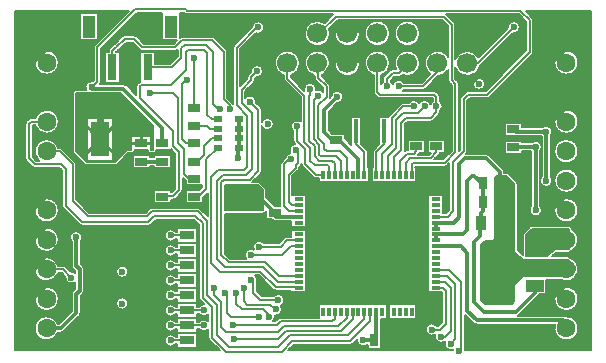
<source format=gtl>
%FSLAX34Y34*%
%MOMM*%
G04 EasyPC Gerber Version 18.0.6 Build 3620 *
%ADD99R,0.30000X0.80000*%
%ADD102R,0.40000X2.00000*%
%ADD20R,0.65000X1.00000*%
%ADD90R,0.80000X2.20000*%
%ADD98R,0.90000X1.30000*%
%ADD91R,1.10000X1.90000*%
%ADD71R,1.60000X3.00000*%
%ADD24R,1.70000X2.76000*%
%ADD10C,0.12700*%
%ADD106C,0.16000*%
%ADD11C,0.25400*%
%ADD76C,0.30000*%
%ADD105C,0.60000*%
%ADD89C,1.60000*%
%ADD22C,1.70000*%
%ADD100R,0.80000X0.30000*%
%ADD104R,0.75000X0.50000*%
%ADD25R,1.00000X0.65000*%
%ADD103R,1.27000X0.76000*%
%ADD23R,1.50000X1.01000*%
%ADD101R,2.70000X1.20000*%
X0Y0D02*
D02*
D10*
X94960Y262500D02*
X92992D01*
X92770Y262278*
Y235792*
X95992Y232570*
X98307*
G75*
G02X104735Y250770I6428J7965*
G01*
G75*
G02X114510Y243570J-10235*
G01*
X115735*
G75*
G02X117881Y242681J-3035*
G01*
X128881Y231681*
G75*
G02X129770Y229535I-2146J-2146*
G01*
Y199792*
X140992Y188570*
X188478*
X191589Y191681*
G75*
G02X193735Y192570I2146J-2146*
G01*
X232735*
G75*
G02X234881Y191681J-3035*
G01*
X241200Y185362*
Y205142*
X236970Y200912*
Y196300*
X222500*
Y207270*
X233612*
X236300Y209958*
Y211800*
X222500*
Y215478*
X219770Y218208*
Y207535*
G75*
G02X218881Y205389I-3035*
G01*
X213881Y200389*
G75*
G02X211735Y199500I-2146J2146*
G01*
X209970*
Y196300*
X195500*
Y207270*
X209970*
Y205570*
X210478*
X213700Y208792*
Y238278*
X209970Y242008*
Y241800*
X197605*
Y241535*
G75*
G02X194735Y238665I-2870*
G01*
X192910*
G75*
G02X190040Y241535J2870*
G01*
Y241800*
X179430*
Y241535*
G75*
G02X176560Y238665I-2870*
G01*
X173924*
X164764Y229506*
G75*
G02X162735Y228665I-2030J2029*
G01*
X138735*
G75*
G02X136706Y229506I1J2870*
G01*
X127706Y238506*
G75*
G02X126865Y240535I2029J2030*
G01*
Y289535*
G75*
G02X129735Y292405I2870*
G01*
X137953*
G75*
G02X143605Y299697I4781J2130*
G01*
X144700Y300792*
Y328535*
G75*
G02X145589Y330681I3035*
G01*
X174093Y359185*
X78085*
Y71885*
X251093*
X242589Y80389*
G75*
G02X241700Y82535I2146J2146*
G01*
Y89617*
G75*
G02X233470Y90000I-3965J3418*
G01*
X232320*
Y87000*
X215150*
Y90000*
X214000*
G75*
G02X209735Y87800I-4265J3035*
G01*
G75*
G02Y98270J5235*
G01*
G75*
G02X214000Y96070J-5235*
G01*
X215150*
Y99070*
X232320*
Y96070*
X233470*
G75*
G02X241700Y96453I4265J-3035*
G01*
Y102317*
G75*
G02X233470Y102700I-3965J3418*
G01*
X232320*
Y99700*
X215150*
Y102700*
X214000*
G75*
G02X209735Y100500I-4265J3035*
G01*
G75*
G02Y110970J5235*
G01*
G75*
G02X214000Y108770J-5235*
G01*
X215150*
Y111770*
X232320*
Y108770*
X233470*
G75*
G02X237735Y110970I4265J-3035*
G01*
G75*
G02X238015Y110962I-9J-5227*
G01*
X234589Y114389*
G75*
G02X233700Y116535I2146J2146*
G01*
Y178278*
X229478Y182500*
X196992*
X192881Y178389*
G75*
G02X190735Y177500I-2146J2146*
G01*
X134735*
G75*
G02X132589Y178389J3035*
G01*
X118589Y192389*
G75*
G02X117700Y194535I2146J2146*
G01*
Y224278*
X115478Y226500*
X94735*
G75*
G02X92589Y227389J3035*
G01*
X87589Y232389*
G75*
G02X86700Y234535I2146J2146*
G01*
Y263535*
G75*
G02X87589Y265681I3035*
G01*
X89589Y267681*
G75*
G02X91735Y268570I2146J-2146*
G01*
X94960*
G75*
G02X104735Y275770I9775J-3035*
G01*
G75*
G02Y255300J-10235*
G01*
G75*
G02X94960Y262500J10235*
G01*
X104735Y105300D02*
G75*
G02Y125770J10235D01*
G01*
G75*
G02Y105300J-10235*
G01*
Y155300D02*
G75*
G02Y175770J10235D01*
G01*
G75*
G02Y155300J-10235*
G01*
Y180300D02*
G75*
G02Y200770J10235D01*
G01*
G75*
G02Y180300J-10235*
G01*
Y305300D02*
G75*
G02Y325770J10235D01*
G01*
G75*
G02Y305300J-10235*
G01*
X114264Y86800D02*
G75*
G02X104735Y80300I-9529J3735D01*
G01*
G75*
G02Y100770J10235*
G01*
G75*
G02X114264Y94270J-10235*
G01*
X115188*
X126000Y105082*
Y119535*
G75*
G02X127094Y122176I3735*
G01*
X129000Y124082*
Y129443*
G75*
G02X120573Y134405I-3265J4092*
G01*
X117478Y137500*
X114510*
G75*
G02X104735Y130300I-9775J3035*
G01*
G75*
G02Y150770J10235*
G01*
G75*
G02X114510Y143570J-10235*
G01*
X118735*
G75*
G02X120881Y142681J-3035*
G01*
X124865Y138697*
G75*
G02X129000Y137627I870J-5162*
G01*
Y138988*
X127094Y140894*
G75*
G02X126000Y143535I2641J2641*
G01*
Y163867*
G75*
G02X129735Y172770I3735J3668*
G01*
G75*
G02X133470Y163867J-5235*
G01*
Y145082*
X135376Y143176*
G75*
G02X136470Y140535I-2641J-2641*
G01*
Y122535*
G75*
G02X135376Y119894I-3735*
G01*
X133470Y117988*
Y103535*
G75*
G02X132376Y100894I-3735*
G01*
X119376Y87894*
G75*
G02X116735Y86800I-2641J2641*
G01*
X114264*
X133000Y334300D02*
Y357770D01*
X148470*
Y334300*
X133000*
X168735Y106300D02*
G75*
G02Y116770J5235D01*
G01*
G75*
G02Y106300J-5235*
G01*
Y133300D02*
G75*
G02Y143770J5235D01*
G01*
G75*
G02Y133300J-5235*
G01*
X191970Y228050D02*
Y226300D01*
X177500*
Y237270*
X191970*
Y235520*
X195500*
Y237270*
X209970*
Y226300*
X195500*
Y228050*
X191970*
X213685Y115100D02*
G75*
G02X209735Y113300I-3950J3434D01*
G01*
G75*
G02Y123770J5235*
G01*
G75*
G02X213685Y121970J-5235*
G01*
X215150*
Y124470*
X232320*
Y112400*
X215150*
Y115100*
X213685*
X214000Y77300D02*
G75*
G02X209735Y75100I-4265J3035D01*
G01*
G75*
G02Y85570J5235*
G01*
G75*
G02X214000Y83370J-5235*
G01*
X215150*
Y86370*
X232320*
Y74300*
X215150*
Y77300*
X214000*
Y128100D02*
G75*
G02X209735Y125900I-4265J3035D01*
G01*
G75*
G02Y136370J5235*
G01*
G75*
G02X214000Y134170J-5235*
G01*
X215150*
Y137170*
X232320*
Y125100*
X215150*
Y128100*
X214000*
Y140800D02*
G75*
G02X209735Y138600I-4265J3035D01*
G01*
G75*
G02Y149070J5235*
G01*
G75*
G02X214000Y146870J-5235*
G01*
X215150*
Y149870*
X232320*
Y137800*
X215150*
Y140800*
X214000*
Y153500D02*
G75*
G02X209735Y151300I-4265J3035D01*
G01*
G75*
G02Y161770J5235*
G01*
G75*
G02X214000Y159570J-5235*
G01*
X215150*
Y162570*
X232320*
Y150500*
X215150*
Y153500*
X214000*
Y166200D02*
G75*
G02X209735Y164000I-4265J3035D01*
G01*
G75*
G02Y174470J5235*
G01*
G75*
G02X214000Y172270J-5235*
G01*
X215150*
Y175270*
X232320*
Y163200*
X215150*
Y166200*
X214000*
X78085Y115535D02*
G36*
Y80335D01*
X103889*
G75*
G02X104735Y100770I846J10200*
G01*
G75*
G02X114264Y94270J-10235*
G01*
X115188*
X126000Y105082*
Y115535*
X114970*
G75*
G02X104735Y105300I-10235*
G01*
G75*
G02X94500Y115535J10235*
G01*
X78085*
G37*
X94500D02*
G36*
G75*
G02X104735Y125770I10235D01*
G01*
G75*
G02X114970Y115535J-10235*
G01*
X126000*
Y119535*
G75*
G02X127094Y122176I3735*
G01*
X129000Y124082*
Y129443*
G75*
G02X120573Y134405I-3265J4092*
G01*
X117478Y137500*
X114510*
G75*
G02X104735Y130300I-9775J3035*
G01*
G75*
G02X100686Y131135J10235*
G01*
X78085*
Y115535*
X94500*
G37*
X133470D02*
G36*
Y103535D01*
G75*
G02X132376Y100894I-3735*
G01*
X119376Y87894*
G75*
G02X116735Y86800I-2641J2641*
G01*
X114264*
G75*
G02X105581Y80335I-9529J3735*
G01*
X204500*
G75*
G02X209735Y85570I5235*
G01*
G75*
G02X214000Y83370J-5235*
G01*
X215150*
Y86370*
X232320*
Y80335*
X242643*
X242589Y80389*
G75*
G02X241700Y82535I2146J2146*
G01*
Y89617*
G75*
G02X233470Y90000I-3965J3418*
G01*
X232320*
Y87000*
X215150*
Y90000*
X214000*
G75*
G02X209735Y87800I-4265J3035*
G01*
G75*
G02Y98270J5235*
G01*
G75*
G02X214000Y96070J-5235*
G01*
X215150*
Y99070*
X232320*
Y96070*
X233470*
G75*
G02X241700Y96453I4265J-3035*
G01*
Y102317*
G75*
G02X233470Y102700I-3965J3418*
G01*
X232320*
Y99700*
X215150*
Y102700*
X214000*
G75*
G02X209735Y100500I-4265J3035*
G01*
G75*
G02Y110970J5235*
G01*
G75*
G02X214000Y108770J-5235*
G01*
X215150*
Y111770*
X232320*
Y108770*
X233470*
G75*
G02X237735Y110970I4265J-3035*
G01*
G75*
G02X238015Y110962I-9J-5227*
G01*
X234589Y114389*
G75*
G02X233870Y115535I2147J2145*
G01*
X232320*
Y112400*
X215150*
Y115100*
X213685*
G75*
G02X209735Y113300I-3950J3434*
G01*
G75*
G02X205445Y115535J5235*
G01*
X172112*
G75*
G02X168735Y106300I-3377J-4000*
G01*
G75*
G02X165358Y115535J5235*
G01*
X133470*
G37*
X165358D02*
G36*
G75*
G02X168735Y116770I3377J-4000D01*
G01*
G75*
G02X172112Y115535J-5235*
G01*
X205445*
G75*
G02X209735Y123770I4290J3000*
G01*
G75*
G02X213685Y121970J-5235*
G01*
X215150*
Y124470*
X232320*
Y115535*
X233870*
G75*
G02X233700Y116535I2865J1001*
G01*
Y131135*
X232320*
Y125100*
X215150*
Y128100*
X214000*
G75*
G02X209735Y125900I-4265J3035*
G01*
G75*
G02X204500Y131135J5235*
G01*
X136470*
Y122535*
G75*
G02X135376Y119894I-3735*
G01*
X133470Y117988*
Y115535*
X165358*
G37*
X78085Y165535D02*
G36*
Y156535D01*
X99861*
G75*
G02X94500Y165535I4874J9000*
G01*
X78085*
G37*
X94500D02*
G36*
G75*
G02X104735Y175770I10235D01*
G01*
G75*
G02X114970Y165535J-10235*
G01*
X124897*
G75*
G02X129735Y172770I4838J2000*
G01*
G75*
G02X134573Y165535J-5235*
G01*
X206032*
G75*
G02X209735Y174470I3703J3700*
G01*
G75*
G02X214000Y172270J-5235*
G01*
X215150*
Y175270*
X232320*
Y165535*
X233700*
Y178278*
X229478Y182500*
X196992*
X192881Y178389*
G75*
G02X190735Y177500I-2146J2146*
G01*
X134735*
G75*
G02X132589Y178389J3035*
G01*
X120443Y190535*
X114970*
G75*
G02X104735Y180300I-10235*
G01*
G75*
G02X94500Y190535J10235*
G01*
X78085*
Y165535*
X94500*
G37*
X114970D02*
G36*
G75*
G02X109609Y156535I-10235D01*
G01*
X126000*
Y163867*
G75*
G02X124897Y165535I3735J3668*
G01*
X114970*
G37*
X134573D02*
G36*
G75*
G02X133470Y163867I-4838J2000D01*
G01*
Y156535*
X204500*
G75*
G02X209735Y161770I5235*
G01*
G75*
G02X214000Y159570J-5235*
G01*
X215150*
Y162570*
X232320*
Y156535*
X233700*
Y165535*
X232320*
Y163200*
X215150*
Y166200*
X214000*
G75*
G02X209735Y164000I-4265J3035*
G01*
G75*
G02X206032Y165535J5235*
G01*
X134573*
G37*
X94500Y190535D02*
G36*
G75*
G02X104735Y200770I10235D01*
G01*
G75*
G02X114970Y190535J-10235*
G01*
X120443*
X118589Y192389*
G75*
G02X117700Y194535I2146J2146*
G01*
Y224278*
X115478Y226500*
X94735*
G75*
G02X92589Y227389J3035*
G01*
X87589Y232389*
G75*
G02X86700Y234535I2146J2146*
G01*
Y263535*
G75*
G02X87589Y265681I3035*
G01*
X89589Y267681*
G75*
G02X91735Y268570I2146J-2146*
G01*
X94960*
G75*
G02X104735Y275770I9775J-3035*
G01*
G75*
G02Y255300J-10235*
G01*
G75*
G02X94960Y262500J10235*
G01*
X92992*
X92770Y262278*
Y235792*
X95992Y232570*
X98307*
G75*
G02X104735Y250770I6428J7965*
G01*
G75*
G02X114510Y243570J-10235*
G01*
X115735*
G75*
G02X117881Y242681J-3035*
G01*
X128881Y231681*
G75*
G02X129770Y229535I-2146J-2146*
G01*
Y199792*
X140992Y188570*
X188478*
X191589Y191681*
G75*
G02X193735Y192570I2146J-2146*
G01*
X232735*
G75*
G02X234881Y191681J-3035*
G01*
X241200Y185362*
Y205142*
X236970Y200912*
Y196300*
X222500*
Y207270*
X233612*
X236300Y209958*
Y211800*
X222500*
Y215478*
X219770Y218208*
Y207535*
G75*
G02X218881Y205389I-3035*
G01*
X213881Y200389*
G75*
G02X211735Y199500I-2146J2146*
G01*
X209970*
Y196300*
X195500*
Y207270*
X209970*
Y205570*
X210478*
X213700Y208792*
Y231785*
X209970*
Y226300*
X195500*
Y228050*
X191970*
Y226300*
X177500*
Y231785*
X167043*
X164764Y229506*
G75*
G02X162735Y228665I-2030J2029*
G01*
X138735*
G75*
G02X136706Y229506I1J2870*
G01*
X127706Y238506*
G75*
G02X126865Y240535I2029J2030*
G01*
Y289535*
G75*
G02X129735Y292405I2870*
G01*
X137953*
G75*
G02X143605Y299697I4781J2130*
G01*
X144700Y300792*
Y315535*
X114970*
G75*
G02X104735Y305300I-10235*
G01*
G75*
G02X94500Y315535J10235*
G01*
X78085*
Y190535*
X94500*
G37*
Y315535D02*
G36*
G75*
G02X104735Y325770I10235D01*
G01*
G75*
G02X114970Y315535J-10235*
G01*
X144700*
Y328535*
G75*
G02X145589Y330681I3035*
G01*
X160943Y346035*
X148470*
Y334300*
X133000*
Y346035*
X78085*
Y315535*
X94500*
G37*
X133000Y346035D02*
G36*
Y357770D01*
X148470*
Y346035*
X160943*
X174093Y359185*
X78085*
Y346035*
X133000*
G37*
X78085Y138535D02*
G36*
Y131135D01*
X100686*
G75*
G02X94697Y138535I4049J9400*
G01*
X78085*
G37*
X94697D02*
G36*
G75*
G02X104735Y150770I10038J2000D01*
G01*
G75*
G02X114510Y143570J-10235*
G01*
X118735*
G75*
G02X120881Y142681J-3035*
G01*
X124865Y138697*
G75*
G02X129000Y137627I870J-5162*
G01*
Y138988*
X127094Y140894*
G75*
G02X126000Y143535I2641J2641*
G01*
Y156535*
X109609*
G75*
G02X104735Y155300I-4874J9000*
G01*
G75*
G02X99861Y156535J10235*
G01*
X78085*
Y138535*
X94697*
G37*
X136470D02*
G36*
Y131135D01*
X204500*
G75*
G02X209735Y136370I5235*
G01*
G75*
G02X214000Y134170J-5235*
G01*
X215150*
Y137170*
X232320*
Y131135*
X233700*
Y138535*
X232320*
Y137800*
X215150*
Y138535*
X173970*
G75*
G02X168735Y133300I-5235*
G01*
G75*
G02X163500Y138535J5235*
G01*
X136470*
G37*
X163500D02*
G36*
G75*
G02X168735Y143770I5235D01*
G01*
G75*
G02X173970Y138535J-5235*
G01*
X215150*
Y140800*
X214000*
G75*
G02X209735Y138600I-4265J3035*
G01*
G75*
G02Y149070J5235*
G01*
G75*
G02X214000Y146870J-5235*
G01*
X215150*
Y149870*
X232320*
Y138535*
X233700*
Y156535*
X232320*
Y150500*
X215150*
Y153500*
X214000*
G75*
G02X209735Y151300I-4265J3035*
G01*
G75*
G02X204500Y156535J5235*
G01*
X133470*
Y145082*
X135376Y143176*
G75*
G02X136470Y140535I-2641J-2641*
G01*
Y138535*
X163500*
G37*
X177500Y231785D02*
G36*
Y237270D01*
X191970*
Y235520*
X195500*
Y237270*
X209970*
Y231785*
X213700*
Y238278*
X209970Y242008*
Y241800*
X197605*
Y241535*
G75*
G02X194735Y238665I-2870*
G01*
X192910*
G75*
G02X190040Y241535J2870*
G01*
Y241800*
X179430*
Y241535*
G75*
G02X176560Y238665I-2870*
G01*
X173924*
X167043Y231785*
X177500*
G37*
X78085Y80335D02*
G36*
Y71885D01*
X251093*
X242643Y80335*
X232320*
Y74300*
X215150*
Y77300*
X214000*
G75*
G02X209735Y75100I-4265J3035*
G01*
G75*
G02X204500Y80335J5235*
G01*
X105581*
G75*
G02X104735Y80300I-846J10199*
G01*
G75*
G02X103889Y80335J10236*
G01*
X78085*
G37*
X141184Y289535D02*
X129735D01*
Y240535*
X138735Y231535*
X162735*
X172735Y241535*
X176560*
Y253710*
X192910*
Y241535*
X194735*
Y261535*
X166735Y289535*
X144286*
G75*
G02X141184I-1551J5001*
G01*
X138560Y232360D02*
Y268710D01*
X160910*
Y232360*
X138560*
X129735Y250535D02*
G36*
Y240535D01*
X138735Y231535*
X162735*
X172735Y241535*
X176560*
Y250535*
X160910*
Y232360*
X138560*
Y250535*
X129735*
G37*
X138560D02*
G36*
Y268710D01*
X160910*
Y250535*
X176560*
Y253710*
X192910*
Y241535*
X194735*
Y261535*
X166735Y289535*
X144286*
G75*
G02X141184I-1551J5001*
G01*
X129735*
Y250535*
X138560*
G37*
X149762Y297270D02*
X169735D01*
G75*
G02X172376Y296176J-3735*
G01*
X180700Y287852*
Y295535*
G75*
G02X181589Y297681I3035*
G01*
X182589Y298681*
G75*
G02X184000Y299480I2147J-2146*
G01*
Y324770*
X196470*
Y314570*
X209478*
X215700Y320792*
Y326222*
G75*
G02X213735Y325500I-1965J2313*
G01*
X185735*
G75*
G02X183589Y326389J3035*
G01*
X177478Y332500*
X171992*
X165881Y326389*
G75*
G02X164626Y325634I-2145J2146*
G01*
X163762Y324770*
X166470*
Y298300*
X154000*
Y324770*
X157200*
Y325535*
G75*
G02X158089Y327681I3035*
G01*
X161089Y330681*
G75*
G02X162344Y331436I2145J-2146*
G01*
X168589Y337681*
G75*
G02X170735Y338570I2146J-2146*
G01*
X178735*
G75*
G02X180881Y337681J-3035*
G01*
X186992Y331570*
X212478*
X215208Y334300*
X202000*
Y357500*
X180992*
X150770Y327278*
Y299535*
G75*
G02X149881Y297389I-3035*
G01*
X149762Y297270*
G36*
X169735*
G75*
G02X172376Y296176J-3735*
G01*
X180700Y287852*
Y295535*
G75*
G02X181589Y297681I3035*
G01*
X182589Y298681*
G75*
G02X184000Y299480I2147J-2146*
G01*
Y324770*
X196470*
Y314570*
X209478*
X215700Y320792*
Y326222*
G75*
G02X213735Y325500I-1965J2313*
G01*
X185735*
G75*
G02X183589Y326389J3035*
G01*
X177478Y332500*
X171992*
X165881Y326389*
G75*
G02X164626Y325634I-2145J2146*
G01*
X163762Y324770*
X166470*
Y298300*
X154000*
Y324770*
X157200*
Y325535*
G75*
G02X158089Y327681I3035*
G01*
X161089Y330681*
G75*
G02X162344Y331436I2145J-2146*
G01*
X168589Y337681*
G75*
G02X170735Y338570I2146J-2146*
G01*
X178735*
G75*
G02X180881Y337681J-3035*
G01*
X186992Y331570*
X212478*
X215208Y334300*
X202000*
Y357500*
X180992*
X150770Y327278*
Y299535*
G75*
G02X149881Y297389I-3035*
G01*
X149762Y297270*
G37*
X217470Y336562D02*
X217589Y336681D01*
G75*
G02X219735Y337570I2146J-2146*
G01*
X244735*
G75*
G02X246881Y336681J-3035*
G01*
X256881Y326681*
G75*
G02X257770Y324535I-2146J-2146*
G01*
Y285792*
X261881Y281681*
G75*
G02X262355Y281067I-2147J-2147*
G01*
G75*
G02X262700Y280849I-2620J-4529*
G01*
Y328285*
G75*
G02X263589Y330431I3035*
G01*
X278500Y345342*
G75*
G02X283735Y350520I5235J-57*
G01*
G75*
G02Y340050J-5235*
G01*
G75*
G02X282065Y340323I-1J5236*
G01*
X268770Y327028*
Y295862*
X274700Y301792*
Y303285*
G75*
G02X275589Y305431I3035*
G01*
X277573Y307415*
G75*
G02X282735Y313520I5162J870*
G01*
G75*
G02Y303050J-5235*
G01*
G75*
G02X281865Y303123I1J5235*
G01*
X280770Y302028*
Y300535*
G75*
G02X279881Y298389I-3035*
G01*
X272770Y291278*
Y285953*
G75*
G02X281897Y281665I3965J-3418*
G01*
X285881Y277681*
G75*
G02X286770Y275535I-2146J-2146*
G01*
Y265195*
G75*
G02X291735Y268770I4965J-1660*
G01*
G75*
G02Y258300J-5235*
G01*
G75*
G02X286770Y261875J5235*
G01*
Y223535*
G75*
G02X285881Y221389I-3035*
G01*
X278897Y214405*
X283735*
G75*
G02X285764Y213564I-1J-2870*
G01*
X289764Y209564*
G75*
G02X290605Y207535I-2029J-2030*
G01*
Y201431*
X298140Y193770*
X302712*
G75*
G02X302700Y194035I3023J270*
G01*
Y229535*
G75*
G02X303589Y231681I3035*
G01*
X306638Y234730*
G75*
G02X311301Y238752I5097J-1195*
G01*
G75*
G02X315232Y246746I4434J2783*
G01*
X314589Y247389*
G75*
G02X313700Y249535I2146J2146*
G01*
Y257270*
G75*
G02X319700Y265849I3034J4266*
G01*
Y286278*
X306389Y299589*
G75*
G02X305500Y301735I2146J2146*
G01*
Y304538*
G75*
G02X297800Y314835I3035J10297*
G01*
G75*
G02X319270I10735*
G01*
G75*
G02X311570Y304538I-10735*
G01*
Y302992*
X322815Y291748*
G75*
G02X327735Y298770I4920J1787*
G01*
G75*
G02X332850Y292419J-5235*
G01*
G75*
G02X338700Y290953I1885J-4884*
G01*
Y294278*
X332589Y300389*
G75*
G02X331700Y302535I2146J2146*
G01*
Y304335*
G75*
G02X323200Y314835I2235J10500*
G01*
G75*
G02X344670I10735*
G01*
G75*
G02X337770Y304808I-10735*
G01*
Y303792*
X343881Y297681*
G75*
G02X344770Y295535I-2146J-2146*
G01*
Y286535*
G75*
G02X344666Y285748I-3037J1*
G01*
X345500Y286582*
G75*
G02X350735Y291770I5235J-47*
G01*
G75*
G02X350782Y281300J-5235*
G01*
X343470Y273988*
Y258332*
X346532Y255270*
X356970*
Y251377*
X362500Y245761*
Y269770*
X370970*
Y246592*
X375881Y241681*
G75*
G02X376770Y239535I-2146J-2146*
G01*
Y226770*
X377470*
Y214300*
X335000*
Y217500*
X332735*
G75*
G02X330589Y218389J3035*
G01*
X321589Y227389*
G75*
G02X320700Y229535I2146J2146*
G01*
Y229887*
G75*
G02X319881Y228389I-2965J648*
G01*
X318770Y227278*
Y226535*
G75*
G02X317881Y224389I-3035*
G01*
X312770Y219278*
Y203770*
X324470*
Y176300*
X312000*
Y181300*
X298735*
G75*
G02X295743Y182800J3735*
G01*
X290500*
Y189636*
G75*
G02X287735Y187535I-2765J769*
G01*
X255770*
Y153792*
X259992Y149570*
X273421*
G75*
G02X280030Y157240I4315J2965*
G01*
G75*
G02X289000Y162570I4705J2295*
G01*
X301478*
X306089Y167181*
G75*
G02X308235Y168070I2146J-2146*
G01*
X312000*
Y173770*
X324470*
Y121300*
X312000*
Y122500*
X298735*
G75*
G02X296589Y123389J3035*
G01*
X284478Y135500*
X281153*
G75*
G02X282736Y129988I-3418J-3965*
G01*
G75*
G02X282770Y129535I-3004J-453*
G01*
Y121792*
X286992Y117570*
X296470*
G75*
G02X300735Y119770I4265J-3035*
G01*
G75*
G02X302864Y109753J-5235*
G01*
G75*
G02X298735Y101300I-4129J-3218*
G01*
G75*
G02X297904Y101366I-3J5232*
G01*
G75*
G02X296153Y96570I-5169J-831*
G01*
X298478*
X300589Y98681*
G75*
G02X302735Y99570I2146J-2146*
G01*
X335000*
Y110770*
X392470*
Y98300*
X387470*
Y73300*
X376500*
Y76800*
X376403*
G75*
G02X367524Y81031I-3668J3735*
G01*
X363881Y77389*
G75*
G02X361735Y76500I-2146J2146*
G01*
X313992*
X309377Y71885*
X448512*
G75*
G02X448620Y72651I5221J-345*
G01*
G75*
G02X441804Y79294I-1885J4884*
G01*
G75*
G02X433804Y85294I-3069J4241*
G01*
G75*
G02X430735Y84300I-3069J4240*
G01*
G75*
G02Y94770J5235*
G01*
G75*
G02X435000Y92570J-5235*
G01*
X436478*
X439700Y95792*
Y121278*
X439678Y121300*
X428000*
Y203770*
X440470*
Y188070*
X442978*
X445700Y190792*
Y230208*
X443881Y228389*
G75*
G02X441735Y227500I-2146J2146*
G01*
X416770*
Y226770*
X417470*
Y214300*
X380000*
Y226770*
X380700*
Y239535*
G75*
G02X381589Y241681I3035*
G01*
X386500Y246592*
Y269770*
X393963*
G75*
G02X394589Y270681I2772J-1234*
G01*
X404589Y280681*
G75*
G02X406735Y281570I2146J-2146*
G01*
X411470*
G75*
G02X420235Y281210I4265J-3035*
G01*
G75*
G02X429735Y280086I4500J-2675*
G01*
G75*
G02X431700Y282800I4999J-1551*
G01*
Y285278*
X431478Y285500*
X386735*
G75*
G02X384589Y286389J3035*
G01*
X382589Y288389*
G75*
G02X381700Y290535I2146J2146*
G01*
Y304538*
G75*
G02X374000Y314835I3035J10297*
G01*
G75*
G02X395470I10735*
G01*
G75*
G02X387770Y304538I-10735*
G01*
Y297195*
G75*
G02X389300Y299485I4963J-1660*
G01*
Y301535*
G75*
G02X390306Y303964I3435*
G01*
X395306Y308964*
G75*
G02X397735Y309970I2429J-2429*
G01*
X400566*
G75*
G02X399400Y314835I9569J4866*
G01*
G75*
G02X420870I10735*
G01*
G75*
G02X405990Y304932I-10735*
G01*
X405164Y304106*
G75*
G02X402735Y303100I-2429J2429*
G01*
X399158*
X396170Y300112*
Y299485*
G75*
G02X397735Y297086I-3434J-3950*
G01*
G75*
G02X407000Y298570I5000J-1551*
G01*
X422278*
X429599Y305891*
G75*
G02X424800Y314835I5936J8944*
G01*
G75*
G02X444700Y320425I10735*
G01*
Y346278*
X439478Y351500*
X350992*
X343848Y344356*
G75*
G02X344670Y340235I-9914J-4120*
G01*
G75*
G02X323200I-10735*
G01*
G75*
G02X340000Y349092I10735*
G01*
X347408Y356500*
X223735*
G75*
G02X221589Y357389J3035*
G01*
X221478Y357500*
X217470*
Y336562*
X370070Y314835D02*
G75*
G02X348600I-10735D01*
G01*
G75*
G02X370070I10735*
G01*
Y340235D02*
G75*
G02X348600I-10735D01*
G01*
G75*
G02X370070I10735*
G01*
X395470D02*
G75*
G02X374000I-10735D01*
G01*
G75*
G02X395470I10735*
G01*
X417470Y98300D02*
X395000D01*
Y110770*
X417470*
Y98300*
X420870Y340235D02*
G75*
G02X399400I-10735D01*
G01*
G75*
G02X420870I10735*
G01*
X344670Y314835D02*
G36*
G75*
G02X337770Y304808I-10735D01*
G01*
Y303792*
X343881Y297681*
G75*
G02X344770Y295535I-2146J-2146*
G01*
Y286535*
G75*
G02X344666Y285748I-3037J1*
G01*
X345500Y286582*
G75*
G02X350735Y291770I5235J-47*
G01*
G75*
G02X350782Y281300J-5235*
G01*
X343470Y273988*
Y258332*
X346532Y255270*
X356970*
Y251377*
X362500Y245761*
Y269770*
X370970*
Y246592*
X375881Y241681*
G75*
G02X376770Y239535I-2146J-2146*
G01*
Y226770*
X377470*
Y214300*
X335000*
Y217500*
X332735*
G75*
G02X330589Y218389J3035*
G01*
X321589Y227389*
G75*
G02X320700Y229535I2146J2146*
G01*
Y229887*
G75*
G02X319881Y228389I-2965J648*
G01*
X318770Y227278*
Y226535*
G75*
G02X317881Y224389I-3035*
G01*
X312770Y219278*
Y203770*
X324470*
Y176300*
X312000*
Y181300*
X298735*
G75*
G02X295743Y182800J3735*
G01*
X290500*
Y189636*
G75*
G02X287735Y187535I-2765J769*
G01*
X255770*
Y153792*
X259992Y149570*
X273421*
G75*
G02X280030Y157240I4315J2965*
G01*
G75*
G02X289000Y162570I4705J2295*
G01*
X301478*
X306089Y167181*
G75*
G02X308235Y168070I2146J-2146*
G01*
X312000*
Y173770*
X324470*
Y121300*
X312000*
Y122500*
X298735*
G75*
G02X296589Y123389J3035*
G01*
X284478Y135500*
X281153*
G75*
G02X282736Y129988I-3418J-3965*
G01*
G75*
G02X282770Y129535I-3004J-453*
G01*
Y121792*
X286992Y117570*
X296470*
G75*
G02X300735Y119770I4265J-3035*
G01*
G75*
G02X302864Y109753J-5235*
G01*
G75*
G02X298735Y101300I-4129J-3218*
G01*
G75*
G02X297904Y101366I-3J5232*
G01*
G75*
G02X296153Y96570I-5169J-831*
G01*
X298478*
X300589Y98681*
G75*
G02X302735Y99570I2146J-2146*
G01*
X335000*
Y110770*
X392470*
Y104535*
X395000*
Y110770*
X417470*
Y104535*
X439700*
Y121278*
X439678Y121300*
X428000*
Y203770*
X440470*
Y188070*
X442978*
X445700Y190792*
Y230208*
X443881Y228389*
G75*
G02X441735Y227500I-2146J2146*
G01*
X416770*
Y226770*
X417470*
Y214300*
X380000*
Y226770*
X380700*
Y239535*
G75*
G02X381589Y241681I3035*
G01*
X386500Y246592*
Y269770*
X393963*
G75*
G02X394589Y270681I2772J-1234*
G01*
X404589Y280681*
G75*
G02X406735Y281570I2146J-2146*
G01*
X411470*
G75*
G02X420235Y281210I4265J-3035*
G01*
G75*
G02X429735Y280086I4500J-2675*
G01*
G75*
G02X431700Y282800I4999J-1551*
G01*
Y285278*
X431478Y285500*
X386735*
G75*
G02X384589Y286389J3035*
G01*
X382589Y288389*
G75*
G02X381700Y290535I2146J2146*
G01*
Y304538*
G75*
G02X374000Y314835I3035J10297*
G01*
X370070*
G75*
G02X348600I-10735*
G01*
X344670*
G37*
X348600D02*
G36*
G75*
G02X370070I10735D01*
G01*
X374000*
G75*
G02X395470I10735*
G01*
G75*
G02X387770Y304538I-10735*
G01*
Y297195*
G75*
G02X389300Y299485I4963J-1660*
G01*
Y301535*
G75*
G02X390306Y303964I3435*
G01*
X395306Y308964*
G75*
G02X397735Y309970I2429J-2429*
G01*
X400566*
G75*
G02X399400Y314835I9569J4866*
G01*
G75*
G02X420870I10735*
G01*
G75*
G02X405990Y304932I-10735*
G01*
X405164Y304106*
G75*
G02X402735Y303100I-2429J2429*
G01*
X399158*
X396170Y300112*
Y299485*
G75*
G02X397735Y297086I-3434J-3950*
G01*
G75*
G02X407000Y298570I5000J-1551*
G01*
X422278*
X429599Y305891*
G75*
G02X424800Y314835I5936J8944*
G01*
G75*
G02X444700Y320425I10735*
G01*
Y340235*
X420870*
G75*
G02X399400I-10735*
G01*
X395470*
G75*
G02X374000I-10735*
G01*
X370070*
G75*
G02X348600I-10735*
G01*
X344670*
G75*
G02X323200I-10735*
G01*
G75*
G02X340000Y349092I10735*
G01*
X347408Y356500*
X223735*
G75*
G02X221589Y357389J3035*
G01*
X221478Y357500*
X217470*
Y336562*
X217589Y336681*
G75*
G02X219735Y337570I2146J-2146*
G01*
X244735*
G75*
G02X246881Y336681J-3035*
G01*
X256881Y326681*
G75*
G02X257770Y324535I-2146J-2146*
G01*
Y285792*
X261881Y281681*
G75*
G02X262355Y281067I-2147J-2147*
G01*
G75*
G02X262700Y280849I-2620J-4529*
G01*
Y328285*
G75*
G02X263589Y330431I3035*
G01*
X278500Y345342*
G75*
G02X283735Y350520I5235J-57*
G01*
G75*
G02Y340050J-5235*
G01*
G75*
G02X282065Y340323I-1J5236*
G01*
X268770Y327028*
Y295862*
X274700Y301792*
Y303285*
G75*
G02X275589Y305431I3035*
G01*
X277573Y307415*
G75*
G02X282735Y313520I5162J870*
G01*
G75*
G02Y303050J-5235*
G01*
G75*
G02X281865Y303123I1J5235*
G01*
X280770Y302028*
Y300535*
G75*
G02X279881Y298389I-3035*
G01*
X272770Y291278*
Y285953*
G75*
G02X281897Y281665I3965J-3418*
G01*
X285881Y277681*
G75*
G02X286770Y275535I-2146J-2146*
G01*
Y265195*
G75*
G02X291735Y268770I4965J-1660*
G01*
G75*
G02Y258300J-5235*
G01*
G75*
G02X286770Y261875J5235*
G01*
Y223535*
G75*
G02X285881Y221389I-3035*
G01*
X278897Y214405*
X283735*
G75*
G02X285764Y213564I-1J-2870*
G01*
X289764Y209564*
G75*
G02X290605Y207535I-2029J-2030*
G01*
Y201431*
X298140Y193770*
X302712*
G75*
G02X302700Y194035I3023J270*
G01*
Y229535*
G75*
G02X303589Y231681I3035*
G01*
X306638Y234730*
G75*
G02X311301Y238752I5097J-1195*
G01*
G75*
G02X315232Y246746I4434J2783*
G01*
X314589Y247389*
G75*
G02X313700Y249535I2146J2146*
G01*
Y257270*
G75*
G02X319700Y265849I3034J4266*
G01*
Y286278*
X306389Y299589*
G75*
G02X305500Y301735I2146J2146*
G01*
Y304538*
G75*
G02X297800Y314835I3035J10297*
G01*
G75*
G02X319270I10735*
G01*
G75*
G02X311570Y304538I-10735*
G01*
Y302992*
X322815Y291748*
G75*
G02X327735Y298770I4920J1787*
G01*
G75*
G02X332850Y292419J-5235*
G01*
G75*
G02X338700Y290953I1885J-4884*
G01*
Y294278*
X332589Y300389*
G75*
G02X331700Y302535I2146J2146*
G01*
Y304335*
G75*
G02X323200Y314835I2235J10500*
G01*
G75*
G02X344670I10735*
G01*
X348600*
G37*
Y340235D02*
G36*
G75*
G02X370070I10735D01*
G01*
X374000*
G75*
G02X395470I10735*
G01*
X399400*
G75*
G02X420870I10735*
G01*
X444700*
Y346278*
X439478Y351500*
X350992*
X343848Y344356*
G75*
G02X344670Y340235I-9914J-4120*
G01*
X348600*
G37*
X392470Y104535D02*
G36*
Y98300D01*
X387470*
Y73300*
X376500*
Y76800*
X376403*
G75*
G02X367524Y81031I-3668J3735*
G01*
X363881Y77389*
G75*
G02X361735Y76500I-2146J2146*
G01*
X313992*
X309377Y71885*
X448512*
G75*
G02X448620Y72651I5221J-345*
G01*
G75*
G02X441804Y79294I-1885J4884*
G01*
G75*
G02X433804Y85294I-3069J4241*
G01*
G75*
G02X430735Y84300I-3069J4240*
G01*
G75*
G02Y94770J5235*
G01*
G75*
G02X435000Y92570J-5235*
G01*
X436478*
X439700Y95792*
Y104535*
X417470*
Y98300*
X395000*
Y104535*
X392470*
G37*
X255770Y165535D02*
X287735D01*
Y187535*
X255770*
Y165535*
G36*
X287735*
Y187535*
X255770*
Y165535*
G37*
Y211535D02*
Y190405D01*
X287735*
Y207535*
X283735Y211535*
X255770*
G36*
Y190405*
X287735*
Y207535*
X283735Y211535*
X255770*
G37*
X309735Y99570D02*
X332735D01*
Y110535*
X334735Y112535*
X418735*
Y96535*
X439700*
Y120535*
X428735*
X427735Y121535*
Y202535*
X428000Y202800*
Y203770*
X428970*
X429735Y204535*
X442735*
Y226535*
X441770Y227500*
G75*
G02X441735I-17J3052*
G01*
X417735*
Y215535*
X417470Y215270*
Y214300*
X416500*
X415735Y213535*
X336735*
X335970Y214300*
X335000*
Y215270*
X333735Y216535*
Y217500*
X332735*
G75*
G02X330589Y218389J3035*
G01*
X321589Y227389*
G75*
G02X320869Y228535I2146J2147*
G01*
X320018*
G75*
G02X319881Y228389I-2282J2004*
G01*
X318770Y227278*
Y226535*
G75*
G02X317881Y224389I-3035*
G01*
X312770Y219278*
Y204535*
X324735*
X325735Y203535*
Y123535*
X324470Y122270*
Y121300*
X323500*
X322735Y120535*
X309735*
Y99570*
G36*
X332735*
Y110535*
X334735Y112535*
X418735*
Y96535*
X439700*
Y120535*
X428735*
X427735Y121535*
Y202535*
X428000Y202800*
Y203770*
X428970*
X429735Y204535*
X442735*
Y226535*
X441770Y227500*
G75*
G02X441735I-17J3052*
G01*
X417735*
Y215535*
X417470Y215270*
Y214300*
X416500*
X415735Y213535*
X336735*
X335970Y214300*
X335000*
Y215270*
X333735Y216535*
Y217500*
X332735*
G75*
G02X330589Y218389J3035*
G01*
X321589Y227389*
G75*
G02X320869Y228535I2146J2147*
G01*
X320018*
G75*
G02X319881Y228389I-2282J2004*
G01*
X318770Y227278*
Y226535*
G75*
G02X317881Y224389I-3035*
G01*
X312770Y219278*
Y204535*
X324735*
X325735Y203535*
Y123535*
X324470Y122270*
Y121300*
X323500*
X322735Y120535*
X309735*
Y99570*
G37*
X406153Y291570D02*
X432735D01*
G75*
G02X434881Y290681J-3035*
G01*
X436881Y288681*
G75*
G02X437770Y286535I-2146J-2146*
G01*
Y282800*
G75*
G02Y274270I-3035J-4265*
G01*
Y273535*
G75*
G02X436881Y271389I-3035*
G01*
X431881Y266389*
G75*
G02X429735Y265500I-2146J2146*
G01*
X409992*
X407770Y263278*
Y241535*
G75*
G02X407669Y240758I-3036*
G01*
G75*
G02X409735Y241570I2066J-2223*
G01*
X410500*
Y250270*
X424970*
Y239300*
X420507*
G75*
G02X419881Y238389I-2772J1234*
G01*
X419062Y237570*
X428478*
X430208Y239300*
X427500*
Y250270*
X441970*
Y239300*
X437761*
G75*
G02X436881Y237389I-3026J235*
G01*
X433062Y233570*
X440478*
X447700Y240792*
Y296278*
X445589Y298389*
G75*
G02X444700Y300535I2146J2146*
G01*
Y309245*
G75*
G02X436429Y304137I-9165J5590*
G01*
X425681Y293389*
G75*
G02X423535Y292500I-2146J2146*
G01*
X407000*
G75*
G02X406153Y291570I-4265J3034*
G01*
G36*
X432735*
G75*
G02X434881Y290681J-3035*
G01*
X436881Y288681*
G75*
G02X437770Y286535I-2146J-2146*
G01*
Y282800*
G75*
G02Y274270I-3035J-4265*
G01*
Y273535*
G75*
G02X436881Y271389I-3035*
G01*
X431881Y266389*
G75*
G02X429735Y265500I-2146J2146*
G01*
X409992*
X407770Y263278*
Y241535*
G75*
G02X407669Y240758I-3036*
G01*
G75*
G02X409735Y241570I2066J-2223*
G01*
X410500*
Y250270*
X424970*
Y239300*
X420507*
G75*
G02X419881Y238389I-2772J1234*
G01*
X419062Y237570*
X428478*
X430208Y239300*
X427500*
Y250270*
X441970*
Y239300*
X437761*
G75*
G02X436881Y237389I-3026J235*
G01*
X433062Y233570*
X440478*
X447700Y240792*
Y296278*
X445589Y298389*
G75*
G02X444700Y300535I2146J2146*
G01*
Y309245*
G75*
G02X436429Y304137I-9165J5590*
G01*
X425681Y293389*
G75*
G02X423535Y292500I-2146J2146*
G01*
X407000*
G75*
G02X406153Y291570I-4265J3034*
G01*
G37*
X443062Y356500D02*
X449881Y349681D01*
G75*
G02X450770Y347535I-2146J-2146*
G01*
Y318287*
G75*
G02X470368Y319960I10165J-3452*
G01*
X495073Y344665*
G75*
G02X500235Y350770I5162J870*
G01*
G75*
G02Y340300J-5235*
G01*
G75*
G02X499365Y340373I1J5235*
G01*
X471681Y312689*
G75*
G02X471399Y312440I-2149J2149*
G01*
G75*
G02X450770Y311383I-10464J2395*
G01*
Y301792*
X452881Y299681*
G75*
G02X453770Y297535I-2146J-2146*
G01*
Y240862*
X454700Y241792*
Y284535*
G75*
G02X455589Y286681I3035*
G01*
X459589Y290681*
G75*
G02X461735Y291570I2146J-2146*
G01*
X476478*
X510700Y325792*
Y350278*
X504478Y356500*
X443062*
X470735Y292300D02*
G75*
G02Y302770J5235D01*
G01*
G75*
G02Y292300J-5235*
G01*
X453770Y297535D02*
G36*
Y240862D01*
X454700Y241792*
Y284535*
G75*
G02X455589Y286681I3035*
G01*
X459589Y290681*
G75*
G02X461735Y291570I2146J-2146*
G01*
X476478*
X482443Y297535*
X475970*
G75*
G02X470735Y292300I-5235*
G01*
G75*
G02X465500Y297535J5235*
G01*
X453770*
G37*
X465500D02*
G36*
G75*
G02X470735Y302770I5235D01*
G01*
G75*
G02X475970Y297535J-5235*
G01*
X482443*
X510700Y325792*
Y350278*
X504478Y356500*
X443062*
X449881Y349681*
G75*
G02X450770Y347535I-2146J-2146*
G01*
Y318287*
G75*
G02X470368Y319960I10165J-3452*
G01*
X495073Y344665*
G75*
G02X500235Y350770I5162J870*
G01*
G75*
G02Y340300J-5235*
G01*
G75*
G02X499365Y340373I1J5235*
G01*
X471681Y312689*
G75*
G02X471399Y312440I-2149J2149*
G01*
G75*
G02X450770Y311383I-10464J2395*
G01*
Y301792*
X452881Y299681*
G75*
G02X453770Y297535I-2146J-2146*
G01*
X465500*
G37*
X458736Y73082D02*
G75*
G02X458958Y71885I-4999J-1546D01*
G01*
X565385*
Y359185*
X510377*
X515881Y353681*
G75*
G02X516770Y351535I-2146J-2146*
G01*
Y324535*
G75*
G02X515881Y322389I-3035*
G01*
X479881Y286389*
G75*
G02X477735Y285500I-2146J2146*
G01*
X462992*
X460770Y283278*
Y240535*
G75*
G02X459881Y238389I-3035*
G01*
X459762Y238270*
X476485*
G75*
G02X479126Y237176J-3735*
G01*
X491126Y225176*
G75*
G02X492220Y222535I-2641J-2641*
G01*
Y222405*
X493735*
G75*
G02X495764Y221564I-1J-2870*
G01*
X502764Y214564*
G75*
G02X503605Y212535I-2029J-2030*
G01*
Y156724*
X507865Y152464*
Y169535*
G75*
G02X508706Y171564I2870J-1*
G01*
X513706Y176564*
G75*
G02X515735Y177405I2030J-2029*
G01*
X546735*
G75*
G02X549605Y174537J-2868*
G01*
G75*
G02X549377Y156413I-4870J-9002*
G01*
G75*
G02X546735Y154665I-2642J1122*
G01*
X535924*
X532664Y151405*
X545735*
G75*
G02X547764Y150564I-1J-2870*
G01*
X548143Y150186*
G75*
G02X544735Y130300I-3408J-9651*
G01*
G75*
G02X539628Y131665J10236*
G01*
X527670*
Y119250*
X521362*
G75*
G02X520576Y118094I-3427J1485*
G01*
X504376Y101894*
G75*
G02X503549Y101270I-2641J2640*
G01*
X541735*
G75*
G02X543691Y100717J-3734*
G01*
G75*
G02X544735Y100770I1040J-10186*
G01*
G75*
G02Y80300J-10235*
G01*
G75*
G02X535035Y93800J10235*
G01*
X468735*
G75*
G02X466094Y94894J3735*
G01*
X458770Y102218*
Y73535*
G75*
G02X458736Y73082I-3038*
G01*
X500030Y253800D02*
X492500D01*
Y264770*
X506970*
Y260620*
X524067*
G75*
G02X531470Y253217I3668J-3735*
G01*
Y219203*
G75*
G02X527735Y210300I-3735J-3668*
G01*
G75*
G02X524000Y219203J5235*
G01*
Y253150*
X502135*
G75*
G02X500030Y253800J3734*
G01*
X506970Y240450D02*
Y238300D01*
X492500*
Y249270*
X506970*
Y247920*
X515067*
G75*
G02X522470Y240517I3668J-3735*
G01*
Y194203*
G75*
G02X518735Y185300I-3735J-3668*
G01*
G75*
G02X515000Y194203J5235*
G01*
Y240450*
X506970*
X544735Y105300D02*
G75*
G02Y125770J10235D01*
G01*
G75*
G02Y105300J-10235*
G01*
Y180300D02*
G75*
G02Y200770J10235D01*
G01*
G75*
G02Y180300J-10235*
G01*
Y205300D02*
G75*
G02Y225770J10235D01*
G01*
G75*
G02Y205300J-10235*
G01*
Y230300D02*
G75*
G02Y250770J10235D01*
G01*
G75*
G02Y230300J-10235*
G01*
Y255300D02*
G75*
G02Y275770J10235D01*
G01*
G75*
G02Y255300J-10235*
G01*
Y305300D02*
G75*
G02Y325770J10235D01*
G01*
G75*
G02Y305300J-10235*
G01*
X478710Y237535D02*
G36*
G75*
G02X479126Y237176I-2226J-3000D01*
G01*
X491126Y225176*
G75*
G02X492220Y222535I-2641J-2641*
G01*
Y222405*
X493735*
G75*
G02X495764Y221564I-1J-2870*
G01*
X501793Y215535*
X515000*
Y237535*
X478710*
G37*
X515000D02*
G36*
Y240450D01*
X506970*
Y238300*
X492500*
Y249270*
X506970*
Y247920*
X515067*
G75*
G02X522470Y240517I3668J-3735*
G01*
Y237535*
X524000*
Y253150*
X502135*
G75*
G02X500030Y253800J3734*
G01*
X492500*
Y264770*
X506970*
Y260620*
X524067*
G75*
G02X531470Y253217I3668J-3735*
G01*
Y237535*
X534950*
G75*
G02X544735Y250770I9785J3000*
G01*
G75*
G02X554520Y237535J-10235*
G01*
X565385*
Y265535*
X554970*
G75*
G02X544735Y255300I-10235*
G01*
G75*
G02X534500Y265535J10235*
G01*
X460770*
Y240535*
G75*
G02X459881Y238389I-3035*
G01*
X459762Y238270*
X476485*
G75*
G02X478710Y237535J-3735*
G01*
X515000*
G37*
X522470D02*
G36*
Y215535D01*
X522500*
G75*
G02X524000Y219203I5235*
G01*
Y237535*
X522470*
G37*
X531470D02*
G36*
Y219203D01*
G75*
G02X532970Y215535I-3735J-3668*
G01*
X534500*
G75*
G02X544735Y225770I10235*
G01*
G75*
G02X554970Y215535J-10235*
G01*
X565385*
Y237535*
X554520*
G75*
G02X544735Y230300I-9785J3000*
G01*
G75*
G02X534950Y237535J10235*
G01*
X531470*
G37*
X518017Y115535D02*
G36*
X504376Y101894D01*
G75*
G02X503549Y101270I-2641J2640*
G01*
X541735*
G75*
G02X543691Y100717J-3734*
G01*
G75*
G02X544735Y100770I1040J-10186*
G01*
G75*
G02Y80300J-10235*
G01*
G75*
G02X535035Y93800J10235*
G01*
X468735*
G75*
G02X466094Y94894J3735*
G01*
X458770Y102218*
Y73535*
G75*
G02X458736Y73082I-3038*
G01*
G75*
G02X458958Y71885I-4999J-1546*
G01*
X565385*
Y115535*
X554970*
G75*
G02X544735Y105300I-10235*
G01*
G75*
G02X534500Y115535J10235*
G01*
X518017*
G37*
X534500D02*
G36*
G75*
G02X544735Y125770I10235D01*
G01*
G75*
G02X554970Y115535J-10235*
G01*
X565385*
Y190535*
X554970*
G75*
G02X544735Y180300I-10235*
G01*
G75*
G02X534500Y190535J10235*
G01*
X523970*
G75*
G02X518735Y185300I-5235*
G01*
G75*
G02X513500Y190535J5235*
G01*
X503605*
Y156724*
X507865Y152464*
Y169535*
G75*
G02X508706Y171564I2870J-1*
G01*
X513706Y176564*
G75*
G02X515735Y177405I2030J-2029*
G01*
X546735*
G75*
G02X549605Y174537J-2868*
G01*
G75*
G02X549377Y156413I-4870J-9002*
G01*
G75*
G02X546735Y154665I-2642J1122*
G01*
X535924*
X532664Y151405*
X545735*
G75*
G02X547764Y150564I-1J-2870*
G01*
X548143Y150186*
G75*
G02X544735Y130300I-3408J-9651*
G01*
G75*
G02X539628Y131665J10236*
G01*
X527670*
Y119250*
X521362*
G75*
G02X520576Y118094I-3427J1485*
G01*
X518017Y115535*
X534500*
G37*
X513500Y190535D02*
G36*
G75*
G02X515000Y194203I5235D01*
G01*
Y215535*
X501793*
X502764Y214564*
G75*
G02X503605Y212535I-2029J-2030*
G01*
Y190535*
X513500*
G37*
X534500D02*
G36*
G75*
G02X544735Y200770I10235D01*
G01*
G75*
G02X554970Y190535J-10235*
G01*
X565385*
Y215535*
X554970*
G75*
G02X544735Y205300I-10235*
G01*
G75*
G02X534500Y215535J10235*
G01*
X532970*
G75*
G02X527735Y210300I-5235*
G01*
G75*
G02X522500Y215535J5235*
G01*
X522470*
Y194203*
G75*
G02X523970Y190535I-3735J-3668*
G01*
X534500*
G37*
Y265535D02*
G36*
G75*
G02X544735Y275770I10235D01*
G01*
G75*
G02X554970Y265535J-10235*
G01*
X565385*
Y315535*
X554970*
G75*
G02X544735Y305300I-10235*
G01*
G75*
G02X534500Y315535J10235*
G01*
X509027*
X479881Y286389*
G75*
G02X477735Y285500I-2146J2146*
G01*
X462992*
X460770Y283278*
Y265535*
X534500*
G37*
Y315535D02*
G36*
G75*
G02X544735Y325770I10235D01*
G01*
G75*
G02X554970Y315535J-10235*
G01*
X565385*
Y359185*
X510377*
X515881Y353681*
G75*
G02X516770Y351535I-2146J-2146*
G01*
Y324535*
G75*
G02X515881Y322389I-3035*
G01*
X509027Y315535*
X534500*
G37*
X510735Y151405D02*
X528605D01*
X534735Y157535*
X546735*
Y174535*
X515735*
X510735Y169535*
Y151405*
G36*
X528605*
X534735Y157535*
X546735*
Y174535*
X515735*
X510735Y169535*
Y151405*
G37*
X546735Y134535D02*
X551735Y139535D01*
Y142535*
X545735Y148535*
X507735*
X500735Y155535*
Y212535*
X493735Y219535*
X485735*
X484735Y218535*
Y166535*
X482735Y164535*
X475735*
X472735Y161535*
Y114535*
X475735Y111535*
X498735*
X500735Y113535*
Y127535*
X507735Y134535*
X546735*
G36*
X551735Y139535*
Y142535*
X545735Y148535*
X507735*
X500735Y155535*
Y212535*
X493735Y219535*
X485735*
X484735Y218535*
Y166535*
X482735Y164535*
X475735*
X472735Y161535*
Y114535*
X475735Y111535*
X498735*
X500735Y113535*
Y127535*
X507735Y134535*
X546735*
G37*
D02*
D11*
X98005Y290535D02*
X92925D01*
X99976Y210776D02*
X96384Y207184D01*
X99976Y220294D02*
X96384Y223886D01*
X104735Y283805D02*
Y278725D01*
Y297265D02*
Y302345D01*
X109494Y210776D02*
X113086Y207184D01*
X109494Y220294D02*
X113086Y223886D01*
X111465Y290535D02*
X116545D01*
X142633Y199433D02*
X137925Y194725D01*
X142633Y213637D02*
X137925Y218345D01*
X142633Y243433D02*
X137925Y238725D01*
X142633Y257637D02*
X137925Y262345D01*
X145655Y93035D02*
X140575D01*
X145655Y118435D02*
X140575D01*
X145655Y143835D02*
X140575D01*
X145655Y169235D02*
X140575D01*
X147833Y77433D02*
X143125Y72725D01*
X147833Y83237D02*
X143125Y87945D01*
X147833Y102833D02*
X143125Y98125D01*
X147833Y108637D02*
X143125Y113345D01*
X147833Y128233D02*
X143125Y123525D01*
X147833Y134037D02*
X143125Y138745D01*
X147833Y153633D02*
X143125Y148925D01*
X147833Y159437D02*
X143125Y164145D01*
X148005Y271535D02*
X142925D01*
X148512Y282312D02*
X144920Y278720D01*
X148512Y284758D02*
X144920Y288350D01*
X149735Y273265D02*
Y278345D01*
X150735Y90505D02*
Y85425D01*
Y95565D02*
Y100645D01*
Y115905D02*
Y110825D01*
Y120965D02*
Y126045D01*
Y141305D02*
Y136225D01*
Y146365D02*
Y151445D01*
Y166705D02*
Y161625D01*
Y171765D02*
Y176845D01*
X150958Y282312D02*
X154550Y278720D01*
X150958Y284758D02*
X154550Y288350D01*
X151465Y271535D02*
X156545D01*
X153637Y77433D02*
X158345Y72725D01*
X153637Y83237D02*
X158345Y87945D01*
X153637Y102833D02*
X158345Y98125D01*
X153637Y108637D02*
X158345Y113345D01*
X153637Y128233D02*
X158345Y123525D01*
X153637Y134037D02*
X158345Y138745D01*
X153637Y153633D02*
X158345Y148925D01*
X153637Y159437D02*
X158345Y164145D01*
X155815Y93035D02*
X160895D01*
X155815Y118435D02*
X160895D01*
X155815Y143835D02*
X160895D01*
X155815Y169235D02*
X160895D01*
X156837Y199433D02*
X161545Y194725D01*
X156837Y213637D02*
X161545Y218345D01*
X156837Y243433D02*
X161545Y238725D01*
X156837Y257637D02*
X161545Y262345D01*
X160512Y282312D02*
X156920Y278720D01*
X160512Y284758D02*
X156920Y288350D01*
X161005Y118535D02*
X155925D01*
X161735Y269805D02*
Y264725D01*
Y273265D02*
Y278345D01*
X162005Y207535D02*
X156925D01*
X162512Y194312D02*
X158920Y190720D01*
X162512Y196758D02*
X158920Y200350D01*
X162512Y218312D02*
X158920Y214720D01*
X162512Y220758D02*
X158920Y224350D01*
X162735Y116805D02*
Y111725D01*
Y120265D02*
Y125345D01*
X162958Y282312D02*
X166550Y278720D01*
X162958Y284758D02*
X166550Y288350D01*
X163465Y271535D02*
X168545D01*
X163735Y205805D02*
Y200725D01*
Y209265D02*
Y214345D01*
X164465Y118535D02*
X169545D01*
X164958Y194312D02*
X168550Y190720D01*
X164958Y196758D02*
X168550Y200350D01*
X164958Y218312D02*
X168550Y214720D01*
X164958Y220758D02*
X168550Y224350D01*
X165465Y207535D02*
X170545D01*
X172005Y259535D02*
X166925D01*
X172505Y311535D02*
X167425D01*
X172512Y270312D02*
X168920Y266720D01*
X172512Y272758D02*
X168920Y276350D01*
X173005Y327535D02*
X167925D01*
X173735Y257805D02*
Y252725D01*
Y261265D02*
Y266345D01*
X174005Y219535D02*
X168925D01*
X174512Y194312D02*
X170920Y190720D01*
X174512Y196758D02*
X170920Y200350D01*
X174512Y206312D02*
X170920Y202720D01*
X174512Y208758D02*
X170920Y212350D01*
X174735Y325805D02*
Y320725D01*
X174958Y270312D02*
X178550Y266720D01*
X174958Y272758D02*
X178550Y276350D01*
X175235Y301805D02*
Y296725D01*
Y321265D02*
Y326345D01*
X175465Y259535D02*
X180545D01*
X175735Y217805D02*
Y212725D01*
Y221265D02*
Y226345D01*
X176465Y327535D02*
X181545D01*
X176958Y194312D02*
X180550Y190720D01*
X176958Y196758D02*
X180550Y200350D01*
X176958Y206312D02*
X180550Y202720D01*
X176958Y208758D02*
X180550Y212350D01*
X177465Y219535D02*
X182545D01*
X177965Y311535D02*
X183045D01*
X181005Y247285D02*
X175925D01*
X184735Y249265D02*
Y254345D01*
X186005Y207535D02*
X180925D01*
X186512Y194312D02*
X182920Y190720D01*
X186512Y196758D02*
X182920Y200350D01*
X186512Y218312D02*
X182920Y214720D01*
X186512Y220758D02*
X182920Y224350D01*
X187735Y205805D02*
Y200725D01*
Y209265D02*
Y214345D01*
X188465Y247285D02*
X193545D01*
X188958Y196758D02*
X192550Y200350D01*
X188958Y218312D02*
X192550Y214720D01*
X188958Y220758D02*
X192550Y224350D01*
X189465Y207535D02*
X194545D01*
X194512Y339312D02*
X190920Y335720D01*
X194512Y341758D02*
X190920Y345350D01*
X196958Y339312D02*
X200550Y335720D01*
X196958Y341758D02*
X200550Y345350D01*
X199005Y217285D02*
X193925D01*
X202735Y215305D02*
Y210225D01*
Y219265D02*
Y224345D01*
X206465Y217285D02*
X211545D01*
X266633Y178637D02*
X261925Y183345D01*
X266633Y198433D02*
X261925Y193725D01*
X269005Y182535D02*
X263925D01*
X269005D02*
X263925D01*
X269005Y194535D02*
X263925D01*
X270735Y180805D02*
Y175725D01*
Y180805D02*
Y175725D01*
Y196265D02*
Y201345D01*
X271735Y168805D02*
Y163725D01*
Y178265D02*
Y183345D01*
X276837Y178637D02*
X281545Y183345D01*
X276837Y198433D02*
X281545Y193725D01*
X281005Y182535D02*
X275925D01*
X281005D02*
X275925D01*
X281005Y194535D02*
X275925D01*
X282735Y180805D02*
Y175725D01*
Y180805D02*
Y175725D01*
Y196265D02*
Y201345D01*
X283965Y173535D02*
X289045D01*
X284005Y320535D02*
X278925D01*
X284465Y182535D02*
X289545D01*
X285735Y318805D02*
Y313725D01*
Y322265D02*
Y327345D01*
X287465Y320535D02*
X292545D01*
X294005Y172785D02*
X288925D01*
X297735Y170805D02*
Y165725D01*
Y174765D02*
Y179845D01*
X300512Y262312D02*
X296920Y258720D01*
X300512Y264758D02*
X296920Y268350D01*
X301305Y340235D02*
X296225D01*
X301465Y172785D02*
X306545D01*
X302958Y262312D02*
X306550Y258720D01*
X302958Y264758D02*
X306550Y268350D01*
X308535Y333005D02*
Y327925D01*
Y347465D02*
Y352545D01*
X315505Y175035D02*
X310425D01*
X315765Y340235D02*
X320845D01*
X320965Y175035D02*
X326045D01*
X340005Y135535D02*
X334925D01*
X340005D02*
X334925D01*
X340005Y155535D02*
X334925D01*
X340005D02*
X334925D01*
X340005Y175535D02*
X334925D01*
X340005D02*
X334925D01*
X340005Y195535D02*
X334925D01*
X340005D02*
X334925D01*
X341735Y133805D02*
Y128725D01*
Y133805D02*
Y128725D01*
Y137265D02*
Y142345D01*
Y137265D02*
Y142345D01*
Y153805D02*
Y148725D01*
Y153805D02*
Y148725D01*
Y157265D02*
Y162345D01*
Y157265D02*
Y162345D01*
Y173805D02*
Y168725D01*
Y173805D02*
Y168725D01*
Y177265D02*
Y182345D01*
Y177265D02*
Y182345D01*
Y193805D02*
Y188725D01*
Y193805D02*
Y188725D01*
Y197265D02*
Y202345D01*
Y197265D02*
Y202345D01*
X343465Y135535D02*
X348545D01*
X343465D02*
X348545D01*
X343465Y155535D02*
X348545D01*
X343465D02*
X348545D01*
X343465Y175535D02*
X348545D01*
X343465D02*
X348545D01*
X343465Y195535D02*
X348545D01*
X343465D02*
X348545D01*
X349735Y263305D02*
Y258225D01*
Y267265D02*
Y272345D01*
X350005Y125535D02*
X344925D01*
X350005D02*
X344925D01*
X350005Y145535D02*
X344925D01*
X350005D02*
X344925D01*
X350005Y165535D02*
X344925D01*
X350005D02*
X344925D01*
X350005Y185535D02*
X344925D01*
X350005D02*
X344925D01*
X351735Y123805D02*
Y118725D01*
Y123805D02*
Y118725D01*
Y127265D02*
Y132345D01*
Y127265D02*
Y132345D01*
Y143805D02*
Y138725D01*
Y143805D02*
Y138725D01*
Y147265D02*
Y152345D01*
Y147265D02*
Y152345D01*
Y163805D02*
Y158725D01*
Y163805D02*
Y158725D01*
Y167265D02*
Y172345D01*
Y167265D02*
Y172345D01*
Y183805D02*
Y178725D01*
Y183805D02*
Y178725D01*
Y187265D02*
Y192345D01*
Y187265D02*
Y192345D01*
X353465Y125535D02*
X358545D01*
X353465D02*
X358545D01*
X353465Y145535D02*
X358545D01*
X353465D02*
X358545D01*
X353465Y165535D02*
X358545D01*
X353465D02*
X358545D01*
X353465Y185535D02*
X358545D01*
X353465D02*
X358545D01*
X353465Y265285D02*
X358545D01*
X360005Y135535D02*
X354925D01*
X360005D02*
X354925D01*
X360005Y155535D02*
X354925D01*
X360005D02*
X354925D01*
X360005Y175535D02*
X354925D01*
X360005D02*
X354925D01*
X360005Y195535D02*
X354925D01*
X360005D02*
X354925D01*
X361512Y285312D02*
X357920Y281720D01*
X361512Y287758D02*
X357920Y291350D01*
X361735Y133805D02*
Y128725D01*
Y133805D02*
Y128725D01*
Y137265D02*
Y142345D01*
Y137265D02*
Y142345D01*
Y153805D02*
Y148725D01*
Y153805D02*
Y148725D01*
Y157265D02*
Y162345D01*
Y157265D02*
Y162345D01*
Y173805D02*
Y168725D01*
Y173805D02*
Y168725D01*
Y177265D02*
Y182345D01*
Y177265D02*
Y182345D01*
Y193805D02*
Y188725D01*
Y193805D02*
Y188725D01*
Y197265D02*
Y202345D01*
Y197265D02*
Y202345D01*
X363465Y135535D02*
X368545D01*
X363465D02*
X368545D01*
X363465Y155535D02*
X368545D01*
X363465D02*
X368545D01*
X363465Y175535D02*
X368545D01*
X363465D02*
X368545D01*
X363465Y195535D02*
X368545D01*
X363465D02*
X368545D01*
X363958Y285312D02*
X367550Y281720D01*
X363958Y287758D02*
X367550Y291350D01*
X370005Y125535D02*
X364925D01*
X370005D02*
X364925D01*
X370005Y145535D02*
X364925D01*
X370005D02*
X364925D01*
X370005Y165535D02*
X364925D01*
X370005D02*
X364925D01*
X370005Y185535D02*
X364925D01*
X370005D02*
X364925D01*
X371735Y123805D02*
Y118725D01*
Y123805D02*
Y118725D01*
Y127265D02*
Y132345D01*
Y127265D02*
Y132345D01*
Y143805D02*
Y138725D01*
Y143805D02*
Y138725D01*
Y147265D02*
Y152345D01*
Y147265D02*
Y152345D01*
Y163805D02*
Y158725D01*
Y163805D02*
Y158725D01*
Y167265D02*
Y172345D01*
Y167265D02*
Y172345D01*
Y183805D02*
Y178725D01*
Y183805D02*
Y178725D01*
Y187265D02*
Y192345D01*
Y187265D02*
Y192345D01*
X373465Y125535D02*
X378545D01*
X373465D02*
X378545D01*
X373465Y145535D02*
X378545D01*
X373465D02*
X378545D01*
X373465Y165535D02*
X378545D01*
X373465D02*
X378545D01*
X373465Y185535D02*
X378545D01*
X373465D02*
X378545D01*
X378005Y257535D02*
X372925D01*
X378735Y217805D02*
Y212725D01*
Y223265D02*
Y228345D01*
Y248805D02*
Y243725D01*
Y266265D02*
Y271345D01*
X379465Y257535D02*
X384545D01*
X380005Y135535D02*
X374925D01*
X380005D02*
X374925D01*
X380005Y155535D02*
X374925D01*
X380005D02*
X374925D01*
X380005Y175535D02*
X374925D01*
X380005D02*
X374925D01*
X380005Y195535D02*
X374925D01*
X380005D02*
X374925D01*
X381735Y133805D02*
Y128725D01*
Y133805D02*
Y128725D01*
Y137265D02*
Y142345D01*
Y137265D02*
Y142345D01*
Y153805D02*
Y148725D01*
Y153805D02*
Y148725D01*
Y157265D02*
Y162345D01*
Y157265D02*
Y162345D01*
Y173805D02*
Y168725D01*
Y173805D02*
Y168725D01*
Y177265D02*
Y182345D01*
Y177265D02*
Y182345D01*
Y193805D02*
Y188725D01*
Y193805D02*
Y188725D01*
Y197265D02*
Y202345D01*
Y197265D02*
Y202345D01*
X383465Y135535D02*
X388545D01*
X383465D02*
X388545D01*
X383465Y155535D02*
X388545D01*
X383465D02*
X388545D01*
X383465Y175535D02*
X388545D01*
X383465D02*
X388545D01*
X383465Y195535D02*
X388545D01*
X383465D02*
X388545D01*
X390005Y125535D02*
X384925D01*
X390005D02*
X384925D01*
X390005Y145535D02*
X384925D01*
X390005D02*
X384925D01*
X390005Y165535D02*
X384925D01*
X390005D02*
X384925D01*
X390005Y185535D02*
X384925D01*
X390005D02*
X384925D01*
X391735Y123805D02*
Y118725D01*
Y123805D02*
Y118725D01*
Y127265D02*
Y132345D01*
Y127265D02*
Y132345D01*
Y143805D02*
Y138725D01*
Y143805D02*
Y138725D01*
Y147265D02*
Y152345D01*
Y147265D02*
Y152345D01*
Y163805D02*
Y158725D01*
Y163805D02*
Y158725D01*
Y167265D02*
Y172345D01*
Y167265D02*
Y172345D01*
Y183805D02*
Y178725D01*
Y183805D02*
Y178725D01*
Y187265D02*
Y192345D01*
Y187265D02*
Y192345D01*
X393465Y125535D02*
X398545D01*
X393465D02*
X398545D01*
X393465Y145535D02*
X398545D01*
X393465D02*
X398545D01*
X393465Y165535D02*
X398545D01*
X393465D02*
X398545D01*
X393465Y185535D02*
X398545D01*
X393465D02*
X398545D01*
X393735Y101805D02*
Y96725D01*
Y107265D02*
Y112345D01*
X400005Y135535D02*
X394925D01*
X400005D02*
X394925D01*
X400005Y155535D02*
X394925D01*
X400005D02*
X394925D01*
X400005Y175535D02*
X394925D01*
X400005D02*
X394925D01*
X400005Y195535D02*
X394925D01*
X400005D02*
X394925D01*
X401735Y133805D02*
Y128725D01*
Y133805D02*
Y128725D01*
Y137265D02*
Y142345D01*
Y137265D02*
Y142345D01*
Y153805D02*
Y148725D01*
Y153805D02*
Y148725D01*
Y157265D02*
Y162345D01*
Y157265D02*
Y162345D01*
Y173805D02*
Y168725D01*
Y173805D02*
Y168725D01*
Y177265D02*
Y182345D01*
Y177265D02*
Y182345D01*
Y193805D02*
Y188725D01*
Y193805D02*
Y188725D01*
Y197265D02*
Y202345D01*
Y197265D02*
Y202345D01*
X403465Y135535D02*
X408545D01*
X403465D02*
X408545D01*
X403465Y155535D02*
X408545D01*
X403465D02*
X408545D01*
X403465Y175535D02*
X408545D01*
X403465D02*
X408545D01*
X403465Y195535D02*
X408545D01*
X403465D02*
X408545D01*
X405005Y80535D02*
X399925D01*
X406735Y78805D02*
Y73725D01*
Y82265D02*
Y87345D01*
X408465Y80535D02*
X413545D01*
X410005Y125535D02*
X404925D01*
X410005D02*
X404925D01*
X410005Y145535D02*
X404925D01*
X410005D02*
X404925D01*
X410005Y165535D02*
X404925D01*
X410005D02*
X404925D01*
X410005Y185535D02*
X404925D01*
X410005D02*
X404925D01*
X411735Y123805D02*
Y118725D01*
Y123805D02*
Y118725D01*
Y127265D02*
Y132345D01*
Y127265D02*
Y132345D01*
Y143805D02*
Y138725D01*
Y143805D02*
Y138725D01*
Y147265D02*
Y152345D01*
Y147265D02*
Y152345D01*
Y163805D02*
Y158725D01*
Y163805D02*
Y158725D01*
Y167265D02*
Y172345D01*
Y167265D02*
Y172345D01*
Y183805D02*
Y178725D01*
Y183805D02*
Y178725D01*
Y187265D02*
Y192345D01*
Y187265D02*
Y192345D01*
X413465Y125535D02*
X418545D01*
X413465D02*
X418545D01*
X413465Y145535D02*
X418545D01*
X413465D02*
X418545D01*
X413465Y165535D02*
X418545D01*
X413465D02*
X418545D01*
X413465Y185535D02*
X418545D01*
X413465D02*
X418545D01*
X414005Y260285D02*
X408925D01*
X417735Y258305D02*
Y253225D01*
X428305Y340235D02*
X423225D01*
X431005Y260285D02*
X425925D01*
X434735Y258305D02*
Y253225D01*
Y262265D02*
Y267345D01*
X435535Y333005D02*
Y327925D01*
X438465Y260285D02*
X443545D01*
X443735Y276805D02*
Y271725D01*
Y280265D02*
Y285345D01*
X455823Y335123D02*
X452231Y331531D01*
X455823Y345347D02*
X452231Y348939D01*
X466047Y335123D02*
X469639Y331531D01*
X466047Y345347D02*
X469639Y348939D01*
X483005Y347535D02*
X477925D01*
X483535Y129005D02*
Y123925D01*
Y154065D02*
Y159145D01*
X484735Y345805D02*
Y340725D01*
Y349265D02*
Y354345D01*
X486465Y347535D02*
X491545D01*
X489485Y193805D02*
Y188725D01*
Y201265D02*
Y206345D01*
X490005Y284535D02*
X484925D01*
X490765Y141535D02*
X495845D01*
X491465Y197535D02*
X496545D01*
X491735Y282805D02*
Y277725D01*
Y286265D02*
Y291345D01*
X492735Y174305D02*
Y169225D01*
Y184765D02*
Y189845D01*
X493465Y284535D02*
X498545D01*
X511705Y141535D02*
X506625D01*
X517935Y160315D02*
Y165395D01*
X524165Y141535D02*
X529245D01*
X524165Y156535D02*
X529245D01*
X538005Y290535D02*
X532925D01*
X544735Y283805D02*
Y278725D01*
Y297265D02*
Y302345D01*
X551465Y290535D02*
X556545D01*
D02*
D71*
X149735Y206535D02*
D03*
Y250535D02*
D03*
D02*
D20*
X381985Y80535D02*
D03*
X397485D02*
D03*
X473985Y197535D02*
D03*
Y213535D02*
D03*
X489485Y197535D02*
D03*
Y213535D02*
D03*
D02*
D22*
X308535Y314835D02*
D03*
Y340235D02*
D03*
X333935Y314835D02*
D03*
Y340235D02*
D03*
X359335Y314835D02*
D03*
Y340235D02*
D03*
X384735Y314835D02*
D03*
Y340235D02*
D03*
X410135Y314835D02*
D03*
Y340235D02*
D03*
X435535Y314835D02*
D03*
Y340235D02*
D03*
X460935Y314835D02*
D03*
Y340235D02*
D03*
D02*
D23*
X517935Y126535D02*
D03*
Y141535D02*
D03*
Y156535D02*
D03*
D02*
D24*
X483535Y141535D02*
D03*
D02*
D25*
X184735Y231785D02*
D03*
Y247285D02*
D03*
X202735Y201785D02*
D03*
Y217285D02*
D03*
Y231785D02*
D03*
Y247285D02*
D03*
X229735Y201785D02*
D03*
Y217285D02*
D03*
Y231785D02*
D03*
Y247285D02*
D03*
Y261785D02*
D03*
Y277285D02*
D03*
X297735Y172785D02*
D03*
Y188285D02*
D03*
X349735Y249785D02*
D03*
Y265285D02*
D03*
X417735Y244785D02*
D03*
Y260285D02*
D03*
X434735Y244785D02*
D03*
Y260285D02*
D03*
X499735Y243785D02*
D03*
Y259285D02*
D03*
D02*
D76*
X129735Y167535D02*
Y143535D01*
X132735Y140535*
Y122535*
X129735Y119535*
Y103535*
X116735Y90535*
X104735*
X142735Y294535D02*
Y293535D01*
X169735*
X202735Y260535*
Y247285*
X150735Y80335D02*
Y93035D01*
Y105735*
Y118435*
Y131135*
Y143835*
Y156535*
Y169235*
X162735Y118535D02*
X150835D01*
X150735Y118435*
X174735Y327535D02*
Y312035D01*
X175235Y311535*
X184735Y231785D02*
X202735D01*
X266735Y234535D02*
Y243085D01*
X267185Y243535*
Y251535*
Y259535*
Y267535*
X297735Y172785D02*
X287485D01*
X286735Y173535*
X271735*
X297735Y188285D02*
Y188535D01*
X282735Y203535*
X271735*
X318235Y175035D02*
X302235D01*
X299985Y172785*
X297735*
X318235Y185035D02*
X298735D01*
Y188285*
X297735*
X349735Y249785D02*
X346735D01*
X339735Y256785*
Y275535*
X350735Y286535*
X349735Y249785D02*
X351485D01*
X351735Y249535*
X352735*
X368735Y233535*
Y220535*
X362735Y286535D02*
X366735D01*
X378735Y274535*
Y257535*
X362735Y286535D02*
X349735Y273535D01*
Y265285*
X381985Y80535D02*
X372735D01*
X383735Y104535D02*
Y80535D01*
X381985*
X393735Y104535D02*
Y94535D01*
X395735Y92535*
Y80535*
X397485*
X406735*
X434235Y160035D02*
X455235D01*
X460735Y154535*
Y105535*
X468735Y97535*
X541735*
X544735Y94535*
Y90535*
X434235Y165035D02*
Y170035D01*
X457235*
X460735Y173535*
Y215535*
X464985Y219785*
X466735*
X472985Y213535*
X473985*
X434235Y180035D02*
Y175035D01*
Y180035D02*
X449235D01*
X453735Y184535*
Y229535*
X458735Y234535*
X476485*
X488485Y222535*
Y213535*
X489485*
X434735Y260285D02*
X417735D01*
X443735Y278535D02*
Y262285D01*
X441735Y260285*
X434735*
X472735Y179535D02*
Y188285D01*
X473985Y189535*
Y197535*
Y213535*
X517935Y126535D02*
Y120735D01*
X501735Y104535*
X474735*
X466735Y112535*
Y163535*
X471735Y168535*
Y179535*
X472735*
X518735Y244185D02*
X500135D01*
X499735Y243785*
X518735Y244185D02*
Y190535D01*
X527735Y215535D02*
Y256885D01*
X502135*
X499735Y259285*
D02*
D89*
X104735Y90535D02*
D03*
Y115535D02*
D03*
Y140535D02*
D03*
Y165535D02*
D03*
Y190535D02*
D03*
Y215535D02*
D03*
Y240535D02*
D03*
Y265535D02*
D03*
Y290535D02*
D03*
Y315535D02*
D03*
X544735Y90535D02*
D03*
Y115535D02*
D03*
Y140535D02*
D03*
Y165535D02*
D03*
Y190535D02*
D03*
Y215535D02*
D03*
Y240535D02*
D03*
Y265535D02*
D03*
Y290535D02*
D03*
Y315535D02*
D03*
D02*
D90*
X160235Y311535D02*
D03*
X175235D02*
D03*
X190235D02*
D03*
D02*
D91*
X140735Y346035D02*
D03*
X209735D02*
D03*
D02*
D98*
X472735Y179535D02*
D03*
X492735D02*
D03*
D02*
D99*
X338735Y104535D02*
D03*
Y220535D02*
D03*
X343735Y104535D02*
D03*
Y220535D02*
D03*
X348735Y104535D02*
D03*
Y220535D02*
D03*
X353735Y104535D02*
D03*
Y220535D02*
D03*
X358735Y104535D02*
D03*
Y220535D02*
D03*
X363735Y104535D02*
D03*
Y220535D02*
D03*
X368735Y104535D02*
D03*
Y220535D02*
D03*
X373735Y104535D02*
D03*
Y220535D02*
D03*
X378735Y104535D02*
D03*
Y220535D02*
D03*
X383735Y104535D02*
D03*
Y220535D02*
D03*
X388735Y104535D02*
D03*
Y220535D02*
D03*
X393735Y104535D02*
D03*
Y220535D02*
D03*
X398735Y104535D02*
D03*
Y220535D02*
D03*
X403735Y104535D02*
D03*
Y220535D02*
D03*
X408735Y104535D02*
D03*
Y220535D02*
D03*
X413735Y104535D02*
D03*
Y220535D02*
D03*
D02*
D100*
X318235Y125035D02*
D03*
Y130035D02*
D03*
Y135035D02*
D03*
Y140035D02*
D03*
Y145035D02*
D03*
Y150035D02*
D03*
Y155035D02*
D03*
Y160035D02*
D03*
Y165035D02*
D03*
Y170035D02*
D03*
Y175035D02*
D03*
Y180035D02*
D03*
Y185035D02*
D03*
Y190035D02*
D03*
Y195035D02*
D03*
Y200035D02*
D03*
X434235Y125035D02*
D03*
Y130035D02*
D03*
Y135035D02*
D03*
Y140035D02*
D03*
Y145035D02*
D03*
Y150035D02*
D03*
Y155035D02*
D03*
Y160035D02*
D03*
Y165035D02*
D03*
Y170035D02*
D03*
Y175035D02*
D03*
Y180035D02*
D03*
Y185035D02*
D03*
Y190035D02*
D03*
Y195035D02*
D03*
Y200035D02*
D03*
D02*
D101*
X271735Y173535D02*
D03*
Y203535D02*
D03*
D02*
D102*
X366735Y257535D02*
D03*
X378735D02*
D03*
X390735D02*
D03*
D02*
D103*
X150735Y80335D02*
D03*
Y93035D02*
D03*
Y105735D02*
D03*
Y118435D02*
D03*
Y131135D02*
D03*
Y143835D02*
D03*
Y156535D02*
D03*
Y169235D02*
D03*
X223735Y80335D02*
D03*
Y93035D02*
D03*
Y105735D02*
D03*
Y118435D02*
D03*
Y131135D02*
D03*
Y143835D02*
D03*
Y156535D02*
D03*
Y169235D02*
D03*
D02*
D104*
X249685Y243535D02*
D03*
Y251535D02*
D03*
Y259535D02*
D03*
Y267535D02*
D03*
X267185Y243535D02*
D03*
Y251535D02*
D03*
Y259535D02*
D03*
Y267535D02*
D03*
D02*
D105*
X125735Y133535D02*
D03*
X129735Y167535D02*
D03*
X142735Y294535D02*
D03*
X149735Y250535D02*
Y271535D01*
D02*
D03*
Y283535D02*
D03*
X161735Y271535D02*
D03*
Y283535D02*
D03*
X162735Y118535D02*
D03*
X163735Y195535D02*
D03*
Y207535D02*
D03*
Y219535D02*
D03*
X168735Y111535D02*
D03*
Y138535D02*
D03*
X173735Y259535D02*
D03*
Y271535D02*
D03*
X174735Y327535D02*
D03*
X175735Y195535D02*
D03*
Y207535D02*
D03*
Y219535D02*
D03*
X187735Y195535D02*
D03*
Y207535D02*
D03*
Y219535D02*
D03*
X191845Y289535D02*
D03*
X195735Y340535D02*
D03*
X209735Y80335D02*
D03*
Y93035D02*
D03*
Y105735D02*
D03*
Y118535D02*
D03*
Y131135D02*
D03*
Y143835D02*
D03*
Y156535D02*
D03*
Y169235D02*
D03*
X223735Y300535D02*
D03*
X229735Y319535D02*
D03*
X237735Y93035D02*
D03*
Y105735D02*
D03*
X246735Y124535D02*
D03*
X251735Y276535D02*
D03*
X255735Y120535D02*
D03*
X258735Y182535D02*
D03*
Y194535D02*
D03*
X259735Y276535D02*
D03*
X262735Y93535D02*
D03*
X263735Y81535D02*
D03*
X264735Y120535D02*
D03*
X266735Y234535D02*
D03*
X270735Y182535D02*
D03*
Y194535D02*
D03*
X271735Y124535D02*
D03*
X276735Y282535D02*
D03*
X277735Y131535D02*
D03*
Y152535D02*
D03*
X282735Y182535D02*
D03*
Y194535D02*
D03*
Y308285D02*
D03*
X283735Y345285D02*
D03*
X284735Y100535D02*
D03*
Y159535D02*
D03*
X285735Y320535D02*
D03*
X291735Y263535D02*
D03*
X292735Y100535D02*
D03*
X298735Y106535D02*
D03*
X300735Y114535D02*
D03*
X301735Y263535D02*
D03*
X311735Y233535D02*
D03*
X315735Y241535D02*
D03*
X316735Y261535D02*
D03*
X327735Y293535D02*
D03*
X334735Y287535D02*
D03*
X341735Y135535D02*
D03*
Y155535D02*
D03*
Y175535D02*
D03*
Y195535D02*
D03*
X350735Y286535D02*
D03*
X351735Y125535D02*
D03*
Y145535D02*
D03*
Y165535D02*
D03*
Y185535D02*
D03*
X361735Y135535D02*
D03*
Y155535D02*
D03*
Y175535D02*
D03*
Y195535D02*
D03*
X362735Y286535D02*
D03*
X371735Y125535D02*
D03*
Y145535D02*
D03*
Y165535D02*
D03*
Y185535D02*
D03*
X372735Y80535D02*
D03*
X381735Y135535D02*
D03*
Y155535D02*
D03*
Y175535D02*
D03*
Y195535D02*
D03*
X391735Y125535D02*
D03*
Y145535D02*
D03*
Y165535D02*
D03*
Y185535D02*
D03*
X392735Y295535D02*
D03*
X401735Y135535D02*
D03*
Y155535D02*
D03*
Y175535D02*
D03*
Y195535D02*
D03*
X402735Y295535D02*
D03*
X406735Y80535D02*
D03*
X411735Y125535D02*
D03*
Y145535D02*
D03*
Y165535D02*
D03*
Y185535D02*
D03*
X415735Y278535D02*
D03*
X424735D02*
D03*
X430735Y89535D02*
D03*
X434735Y278535D02*
D03*
X438735Y83535D02*
D03*
X443735Y278535D02*
D03*
X446735Y77535D02*
D03*
X453735Y71535D02*
D03*
X470735Y297535D02*
D03*
X484735Y347535D02*
D03*
X491735Y284535D02*
D03*
X500235Y345535D02*
D03*
X517935Y141535D02*
X483535D01*
X517935Y156535D02*
Y161735D01*
X521735Y165535*
X544735*
X518735Y190535D02*
D03*
Y244185D02*
D03*
X527735Y215535D02*
D03*
Y256885D02*
D03*
X544735Y140535D02*
X531735D01*
Y141535*
X517935*
D02*
D106*
X104735Y140535D02*
X118735D01*
X125735Y133535*
X160235Y311535D02*
Y325535D01*
X163235Y328535*
X163735*
X170735Y335535*
X178735*
X185735Y328535*
X213735*
X219735Y334535*
X244735*
X254735Y324535*
Y284535*
X259735Y279535*
Y276535*
X209735Y80335D02*
X223735D01*
X209735Y93035D02*
X223735D01*
X209735Y105735D02*
X223735D01*
X209735Y118535D02*
X216735D01*
Y118435*
X223735*
X209735Y131135D02*
X223735D01*
X209735Y143835D02*
X223735D01*
X209735Y156535D02*
X223735D01*
X209735Y169235D02*
X223735D01*
Y300535D02*
X222735D01*
X219735Y297535*
Y250535*
X222985Y247285*
X229735*
Y201785D02*
X232985D01*
X239735Y208535*
Y233535*
X249685Y243485*
Y243535*
X229735Y217285D02*
X224985D01*
X220735Y221535*
Y242535*
X215735Y247535*
Y285535*
X211735Y289535*
X191845*
X229735Y319535D02*
Y277285D01*
X237735Y93035D02*
X223735D01*
X237735Y105735D02*
X223735D01*
X249685Y251535D02*
X244735D01*
X237735Y244535*
Y237535*
X231985Y231785*
X229735*
X249685Y259535D02*
X242985D01*
X240735Y261785*
X229735*
X249685Y267535D02*
X244735D01*
X240735Y271535*
Y323535*
X237735Y326535*
X224735*
X222735Y324535*
Y309535*
X209735Y296535*
X184735*
X183735Y295535*
Y285535*
X211735Y257535*
Y244535*
X216735Y239535*
Y207535*
X211735Y202535*
X202735*
Y201785*
X251735Y276535D02*
X249735D01*
X245735Y280535*
Y324535*
X239735Y330535*
X221735*
X218735Y327535*
Y319535*
X210735Y311535*
X190235*
X255735Y120535D02*
X257735Y118535D01*
Y103535*
X260735Y100535*
X284735*
X262735Y93535D02*
X299735D01*
X302735Y96535*
X346735*
X348735Y98535*
Y104535*
X292735Y100535D02*
Y101535D01*
X287735Y106535*
X269735*
X264735Y111535*
Y120535*
X298735Y106535D02*
X297735D01*
X293735Y110535*
X274735*
X271735Y113535*
Y124535*
X300735Y114535D02*
X285735D01*
X279735Y120535*
Y129535*
X277735Y131535*
X311735Y233535D02*
X309735D01*
X305735Y229535*
Y194035*
X309735Y190035*
X318235*
X315735Y241535D02*
X317735Y239535D01*
Y230535*
X315735Y228535*
Y226535*
X309735Y220535*
Y197535*
X312235Y195035*
X318235*
Y125035D02*
Y125535D01*
X298735*
X285735Y138535*
X251735*
X244235Y146035*
Y219035*
X249735Y224535*
X271735*
X274735Y227535*
Y270535*
X265735Y279535*
Y328285*
X282735Y345285*
X283735*
X318235Y130035D02*
X300235D01*
X287735Y142535*
X255735*
X248735Y149535*
Y215535*
X253735Y220535*
X273735*
X278735Y225535*
Y272535*
X269735Y281535*
Y292535*
X277735Y300535*
Y303285*
X282735Y308285*
X318235Y135035D02*
X301235D01*
X289735Y146535*
X258735*
X252735Y152535*
Y214535*
X254735Y216535*
X276735*
X283735Y223535*
Y275535*
X276735Y282535*
X318235Y160035D02*
X311235D01*
X303735Y152535*
X277735*
X318235Y165035D02*
X308235D01*
X302735Y159535*
X284735*
X327735Y293535D02*
Y288535D01*
X326735Y287535*
Y249535*
X331735Y244535*
Y236535*
X335735Y232535*
X346735*
X348735Y230535*
Y220535*
X338735D02*
X332735D01*
X323735Y229535*
Y242535*
X316735Y249535*
Y261535*
X343735Y220535D02*
Y227535D01*
X342735Y228535*
X331735*
X327735Y232535*
Y243535*
X322735Y248535*
Y287535*
X308535Y301735*
Y314835*
X353735Y220535D02*
Y232535D01*
X349735Y236535*
X336735*
X335735Y237535*
Y245535*
X330735Y250535*
Y283535*
X334735Y287535*
X358735Y104535D02*
Y99535D01*
X351735Y92535*
X305735*
X300735Y87535*
X256735*
X252735Y91535*
Y112535*
X246735Y118535*
Y124535*
X358735Y220535D02*
Y234535D01*
X352735Y240535*
X341735*
X339735Y242535*
Y246535*
X334735Y251535*
Y279535*
X341735Y286535*
Y295535*
X334735Y302535*
Y314835*
X333935*
X363735Y104535D02*
Y98535D01*
X353735Y88535*
X307735*
X300735Y81535*
X263735*
X366735Y257535D02*
Y246535D01*
X373735Y239535*
Y220535*
Y104535D02*
Y98535D01*
X359735Y84535*
X310735*
X300735Y74535*
X258735*
X248735Y84535*
Y110535*
X240735Y118535*
Y181535*
X232735Y189535*
X193735*
X189735Y185535*
X139735*
X126735Y198535*
Y229535*
X115735Y240535*
X104735*
X378735Y104535D02*
Y96535D01*
X361735Y79535*
X312735*
X303735Y70535*
X256735*
X244735Y82535*
Y108535*
X236735Y116535*
Y179535*
X230735Y185535*
X195735*
X190735Y180535*
X134735*
X120735Y194535*
Y225535*
X116735Y229535*
X94735*
X89735Y234535*
Y263535*
X91735Y265535*
X104735*
X378735Y220535D02*
Y257535D01*
X384735Y314835D02*
Y290535D01*
X386735Y288535*
X432735*
X434735Y286535*
Y278535*
X388735Y220535D02*
Y238535D01*
X396735Y246535*
Y268535*
X406735Y278535*
X415735*
X390735Y257535D02*
Y246535D01*
X383735Y239535*
Y220535*
X392735Y295535D02*
Y301535D01*
X397735Y306535*
X402735*
X410735Y314535*
Y314835*
X410135*
X393735Y220535D02*
Y236535D01*
X400735Y243535*
Y266535*
X406735Y272535*
X418735*
X424735Y278535*
X402735Y295535D02*
X423535D01*
X435535Y307535*
Y314835*
X413735Y220535D02*
Y229535D01*
X414735Y230535*
X441735*
X450735Y239535*
Y297535*
X447735Y300535*
Y347535*
X440735Y354535*
X349735*
X335435Y340235*
X333935*
X417735Y244785D02*
Y240535D01*
X415735Y238535*
X409735*
X403735Y232535*
Y220535*
X434235Y125035D02*
X440235D01*
X442735Y122535*
Y94535*
X437735Y89535*
X430735*
X434235Y130035D02*
X441735D01*
X446735Y125035*
Y88535*
X441735Y83535*
X438735*
X434235Y135035D02*
X443735D01*
X450735Y128035*
Y81535*
X446735Y77535*
X434235Y140035D02*
X445735D01*
X455735Y130035*
Y73535*
X453735Y71535*
X434235Y185035D02*
X444235D01*
X448735Y189535*
Y231535*
X457735Y240535*
Y284535*
X461735Y288535*
X477735*
X513735Y324535*
Y351535*
X505735Y359535*
X223735*
X222735Y360535*
X179735*
X147735Y328535*
Y299535*
X142735Y294535*
X434735Y244785D02*
Y239535D01*
X429735Y234535*
X412735*
X408735Y230535*
Y220535*
X434735Y278535D02*
Y273535D01*
X429735Y268535*
X408735*
X404735Y264535*
Y241535*
X398735Y235535*
Y220535*
X460935Y314835D02*
X469535D01*
X500235Y345535*
X0Y0D02*
M02*

</source>
